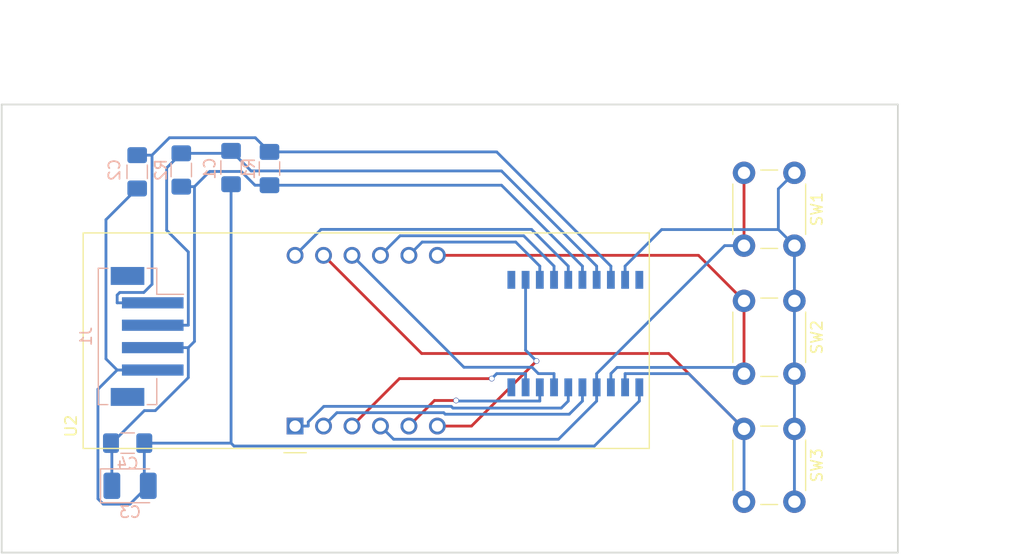
<source format=kicad_pcb>
(kicad_pcb (version 20171130) (host pcbnew 5.0.0+dfsg1-2~bpo9+1)

  (general
    (thickness 1.6)
    (drawings 6)
    (tracks 138)
    (zones 0)
    (modules 16)
    (nets 21)
  )

  (page A4)
  (layers
    (0 F.Cu signal)
    (31 B.Cu signal)
    (32 B.Adhes user)
    (33 F.Adhes user)
    (34 B.Paste user)
    (35 F.Paste user)
    (36 B.SilkS user)
    (37 F.SilkS user)
    (38 B.Mask user)
    (39 F.Mask user)
    (40 Dwgs.User user)
    (41 Cmts.User user)
    (42 Eco1.User user)
    (43 Eco2.User user)
    (44 Edge.Cuts user)
    (45 Margin user)
    (46 B.CrtYd user)
    (47 F.CrtYd user)
    (48 B.Fab user)
    (49 F.Fab user)
  )

  (setup
    (last_trace_width 0.3)
    (trace_clearance 0.3)
    (zone_clearance 0.508)
    (zone_45_only no)
    (trace_min 0.2)
    (segment_width 0.2)
    (edge_width 0.15)
    (via_size 0.5)
    (via_drill 0.4)
    (via_min_size 0.4)
    (via_min_drill 0.3)
    (uvia_size 0.3)
    (uvia_drill 0.1)
    (uvias_allowed no)
    (uvia_min_size 0.2)
    (uvia_min_drill 0.1)
    (pcb_text_width 0.3)
    (pcb_text_size 1.5 1.5)
    (mod_edge_width 0.15)
    (mod_text_size 1 1)
    (mod_text_width 0.15)
    (pad_size 4.4 4.4)
    (pad_drill 2.2)
    (pad_to_mask_clearance 0.2)
    (aux_axis_origin 0 0)
    (visible_elements FFFFFF7F)
    (pcbplotparams
      (layerselection 0x010f0_ffffffff)
      (usegerberextensions false)
      (usegerberattributes false)
      (usegerberadvancedattributes false)
      (creategerberjobfile false)
      (excludeedgelayer true)
      (linewidth 0.100000)
      (plotframeref false)
      (viasonmask false)
      (mode 1)
      (useauxorigin false)
      (hpglpennumber 1)
      (hpglpenspeed 20)
      (hpglpendiameter 15.000000)
      (psnegative false)
      (psa4output false)
      (plotreference true)
      (plotvalue true)
      (plotinvisibletext false)
      (padsonsilk false)
      (subtractmaskfromsilk false)
      (outputformat 1)
      (mirror false)
      (drillshape 0)
      (scaleselection 1)
      (outputdirectory "plots/"))
  )

  (net 0 "")
  (net 1 VCC)
  (net 2 GNDREF)
  (net 3 "Net-(SW1-Pad1)")
  (net 4 "Net-(C1-Pad2)")
  (net 5 "Net-(C2-Pad2)")
  (net 6 "Net-(SW1-Pad2)")
  (net 7 "Net-(SW2-Pad2)")
  (net 8 "Net-(SW3-Pad2)")
  (net 9 "Net-(U1-Pad5)")
  (net 10 "Net-(U1-Pad6)")
  (net 11 "Net-(U1-Pad7)")
  (net 12 "Net-(U1-Pad8)")
  (net 13 "Net-(U1-Pad9)")
  (net 14 "Net-(U1-Pad10)")
  (net 15 "Net-(U1-Pad11)")
  (net 16 "Net-(U1-Pad12)")
  (net 17 "Net-(U1-Pad13)")
  (net 18 "Net-(U1-Pad14)")
  (net 19 "Net-(U1-Pad15)")
  (net 20 "Net-(U1-Pad20)")

  (net_class Default "This is the default net class."
    (clearance 0.3)
    (trace_width 0.3)
    (via_dia 0.5)
    (via_drill 0.4)
    (uvia_dia 0.3)
    (uvia_drill 0.1)
    (add_net GNDREF)
    (add_net "Net-(C1-Pad2)")
    (add_net "Net-(C2-Pad2)")
    (add_net "Net-(SW1-Pad1)")
    (add_net "Net-(SW1-Pad2)")
    (add_net "Net-(SW2-Pad2)")
    (add_net "Net-(SW3-Pad2)")
    (add_net "Net-(U1-Pad10)")
    (add_net "Net-(U1-Pad11)")
    (add_net "Net-(U1-Pad12)")
    (add_net "Net-(U1-Pad13)")
    (add_net "Net-(U1-Pad14)")
    (add_net "Net-(U1-Pad15)")
    (add_net "Net-(U1-Pad20)")
    (add_net "Net-(U1-Pad5)")
    (add_net "Net-(U1-Pad6)")
    (add_net "Net-(U1-Pad7)")
    (add_net "Net-(U1-Pad8)")
    (add_net "Net-(U1-Pad9)")
    (add_net VCC)
  )

  (module Capacitor_SMD:C_1206_3216Metric_Pad1.42x1.75mm_HandSolder (layer B.Cu) (tedit 5B301BBE) (tstamp 5BB85D09)
    (at 100.494 62.23)
    (descr "Capacitor SMD 1206 (3216 Metric), square (rectangular) end terminal, IPC_7351 nominal with elongated pad for handsoldering. (Body size source: http://www.tortai-tech.com/upload/download/2011102023233369053.pdf), generated with kicad-footprint-generator")
    (tags "capacitor handsolder")
    (path /5B773846)
    (attr smd)
    (fp_text reference C4 (at 0 1.82) (layer B.SilkS)
      (effects (font (size 1 1) (thickness 0.15)) (justify mirror))
    )
    (fp_text value 104 (at 0 -1.82) (layer B.Fab)
      (effects (font (size 1 1) (thickness 0.15)) (justify mirror))
    )
    (fp_text user %R (at 0 0) (layer B.Fab)
      (effects (font (size 0.8 0.8) (thickness 0.12)) (justify mirror))
    )
    (fp_line (start 2.45 -1.12) (end -2.45 -1.12) (layer B.CrtYd) (width 0.05))
    (fp_line (start 2.45 1.12) (end 2.45 -1.12) (layer B.CrtYd) (width 0.05))
    (fp_line (start -2.45 1.12) (end 2.45 1.12) (layer B.CrtYd) (width 0.05))
    (fp_line (start -2.45 -1.12) (end -2.45 1.12) (layer B.CrtYd) (width 0.05))
    (fp_line (start -0.602064 -0.91) (end 0.602064 -0.91) (layer B.SilkS) (width 0.12))
    (fp_line (start -0.602064 0.91) (end 0.602064 0.91) (layer B.SilkS) (width 0.12))
    (fp_line (start 1.6 -0.8) (end -1.6 -0.8) (layer B.Fab) (width 0.1))
    (fp_line (start 1.6 0.8) (end 1.6 -0.8) (layer B.Fab) (width 0.1))
    (fp_line (start -1.6 0.8) (end 1.6 0.8) (layer B.Fab) (width 0.1))
    (fp_line (start -1.6 -0.8) (end -1.6 0.8) (layer B.Fab) (width 0.1))
    (pad 2 smd roundrect (at 1.4875 0) (size 1.425 1.75) (layers B.Cu B.Paste B.Mask) (roundrect_rratio 0.175439)
      (net 2 GNDREF))
    (pad 1 smd roundrect (at -1.4875 0) (size 1.425 1.75) (layers B.Cu B.Paste B.Mask) (roundrect_rratio 0.175439)
      (net 1 VCC))
    (model ${KISYS3DMOD}/Capacitor_SMD.3dshapes/C_1206_3216Metric.wrl
      (at (xyz 0 0 0))
      (scale (xyz 1 1 1))
      (rotate (xyz 0 0 0))
    )
  )

  (module Capacitor_SMD:C_1206_3216Metric_Pad1.42x1.75mm_HandSolder (layer B.Cu) (tedit 5BA2A1D5) (tstamp 5BB85CD4)
    (at 109.728 37.6285 90)
    (descr "Capacitor SMD 1206 (3216 Metric), square (rectangular) end terminal, IPC_7351 nominal with elongated pad for handsoldering. (Body size source: http://www.tortai-tech.com/upload/download/2011102023233369053.pdf), generated with kicad-footprint-generator")
    (tags "capacitor handsolder")
    (path /5B773778)
    (attr smd)
    (fp_text reference C1 (at -0.0905 -1.905 90) (layer B.SilkS)
      (effects (font (size 1 1) (thickness 0.15)) (justify mirror))
    )
    (fp_text value 100P (at 0 -1.82 90) (layer B.Fab)
      (effects (font (size 1 1) (thickness 0.15)) (justify mirror))
    )
    (fp_text user %R (at 0 0 90) (layer B.Fab)
      (effects (font (size 0.8 0.8) (thickness 0.12)) (justify mirror))
    )
    (fp_line (start 2.45 -1.12) (end -2.45 -1.12) (layer B.CrtYd) (width 0.05))
    (fp_line (start 2.45 1.12) (end 2.45 -1.12) (layer B.CrtYd) (width 0.05))
    (fp_line (start -2.45 1.12) (end 2.45 1.12) (layer B.CrtYd) (width 0.05))
    (fp_line (start -2.45 -1.12) (end -2.45 1.12) (layer B.CrtYd) (width 0.05))
    (fp_line (start -0.602064 -0.91) (end 0.602064 -0.91) (layer B.SilkS) (width 0.12))
    (fp_line (start -0.602064 0.91) (end 0.602064 0.91) (layer B.SilkS) (width 0.12))
    (fp_line (start 1.6 -0.8) (end -1.6 -0.8) (layer B.Fab) (width 0.1))
    (fp_line (start 1.6 0.8) (end 1.6 -0.8) (layer B.Fab) (width 0.1))
    (fp_line (start -1.6 0.8) (end 1.6 0.8) (layer B.Fab) (width 0.1))
    (fp_line (start -1.6 -0.8) (end -1.6 0.8) (layer B.Fab) (width 0.1))
    (pad 2 smd roundrect (at 1.4875 0 90) (size 1.425 1.75) (layers B.Cu B.Paste B.Mask) (roundrect_rratio 0.175439)
      (net 4 "Net-(C1-Pad2)"))
    (pad 1 smd roundrect (at -1.4875 0 90) (size 1.425 1.75) (layers B.Cu B.Paste B.Mask) (roundrect_rratio 0.175439)
      (net 2 GNDREF))
    (model ${KISYS3DMOD}/Capacitor_SMD.3dshapes/C_1206_3216Metric.wrl
      (at (xyz 0 0 0))
      (scale (xyz 1 1 1))
      (rotate (xyz 0 0 0))
    )
  )

  (module Capacitor_SMD:C_1206_3216Metric_Pad1.42x1.75mm_HandSolder (layer B.Cu) (tedit 5B301BBE) (tstamp 5BB85CE5)
    (at 101.346 38.0095 90)
    (descr "Capacitor SMD 1206 (3216 Metric), square (rectangular) end terminal, IPC_7351 nominal with elongated pad for handsoldering. (Body size source: http://www.tortai-tech.com/upload/download/2011102023233369053.pdf), generated with kicad-footprint-generator")
    (tags "capacitor handsolder")
    (path /5B77380F)
    (attr smd)
    (fp_text reference C2 (at 0.1635 -2.032 90) (layer B.SilkS)
      (effects (font (size 1 1) (thickness 0.15)) (justify mirror))
    )
    (fp_text value 100P (at 0 -1.82 90) (layer B.Fab)
      (effects (font (size 1 1) (thickness 0.15)) (justify mirror))
    )
    (fp_text user %R (at 0 0 90) (layer B.Fab)
      (effects (font (size 0.8 0.8) (thickness 0.12)) (justify mirror))
    )
    (fp_line (start 2.45 -1.12) (end -2.45 -1.12) (layer B.CrtYd) (width 0.05))
    (fp_line (start 2.45 1.12) (end 2.45 -1.12) (layer B.CrtYd) (width 0.05))
    (fp_line (start -2.45 1.12) (end 2.45 1.12) (layer B.CrtYd) (width 0.05))
    (fp_line (start -2.45 -1.12) (end -2.45 1.12) (layer B.CrtYd) (width 0.05))
    (fp_line (start -0.602064 -0.91) (end 0.602064 -0.91) (layer B.SilkS) (width 0.12))
    (fp_line (start -0.602064 0.91) (end 0.602064 0.91) (layer B.SilkS) (width 0.12))
    (fp_line (start 1.6 -0.8) (end -1.6 -0.8) (layer B.Fab) (width 0.1))
    (fp_line (start 1.6 0.8) (end 1.6 -0.8) (layer B.Fab) (width 0.1))
    (fp_line (start -1.6 0.8) (end 1.6 0.8) (layer B.Fab) (width 0.1))
    (fp_line (start -1.6 -0.8) (end -1.6 0.8) (layer B.Fab) (width 0.1))
    (pad 2 smd roundrect (at 1.4875 0 90) (size 1.425 1.75) (layers B.Cu B.Paste B.Mask) (roundrect_rratio 0.175439)
      (net 5 "Net-(C2-Pad2)"))
    (pad 1 smd roundrect (at -1.4875 0 90) (size 1.425 1.75) (layers B.Cu B.Paste B.Mask) (roundrect_rratio 0.175439)
      (net 2 GNDREF))
    (model ${KISYS3DMOD}/Capacitor_SMD.3dshapes/C_1206_3216Metric.wrl
      (at (xyz 0 0 0))
      (scale (xyz 1 1 1))
      (rotate (xyz 0 0 0))
    )
  )

  (module Capacitor_Tantalum_SMD:CP_EIA-3528-12_Kemet-T_Pad1.50x2.35mm_HandSolder (layer B.Cu) (tedit 5B342532) (tstamp 5BB85CF8)
    (at 100.711 66.04)
    (descr "Tantalum Capacitor SMD Kemet-T (3528-12 Metric), IPC_7351 nominal, (Body size from: http://www.kemet.com/Lists/ProductCatalog/Attachments/253/KEM_TC101_STD.pdf), generated with kicad-footprint-generator")
    (tags "capacitor tantalum")
    (path /5B773877)
    (attr smd)
    (fp_text reference C3 (at 0 2.35) (layer B.SilkS)
      (effects (font (size 1 1) (thickness 0.15)) (justify mirror))
    )
    (fp_text value 100uF (at 0 -2.35) (layer B.Fab)
      (effects (font (size 1 1) (thickness 0.15)) (justify mirror))
    )
    (fp_text user %R (at 0 0) (layer B.Fab)
      (effects (font (size 0.88 0.88) (thickness 0.13)) (justify mirror))
    )
    (fp_line (start 2.62 -1.65) (end -2.62 -1.65) (layer B.CrtYd) (width 0.05))
    (fp_line (start 2.62 1.65) (end 2.62 -1.65) (layer B.CrtYd) (width 0.05))
    (fp_line (start -2.62 1.65) (end 2.62 1.65) (layer B.CrtYd) (width 0.05))
    (fp_line (start -2.62 -1.65) (end -2.62 1.65) (layer B.CrtYd) (width 0.05))
    (fp_line (start -2.635 -1.51) (end 1.75 -1.51) (layer B.SilkS) (width 0.12))
    (fp_line (start -2.635 1.51) (end -2.635 -1.51) (layer B.SilkS) (width 0.12))
    (fp_line (start 1.75 1.51) (end -2.635 1.51) (layer B.SilkS) (width 0.12))
    (fp_line (start 1.75 -1.4) (end 1.75 1.4) (layer B.Fab) (width 0.1))
    (fp_line (start -1.75 -1.4) (end 1.75 -1.4) (layer B.Fab) (width 0.1))
    (fp_line (start -1.75 0.7) (end -1.75 -1.4) (layer B.Fab) (width 0.1))
    (fp_line (start -1.05 1.4) (end -1.75 0.7) (layer B.Fab) (width 0.1))
    (fp_line (start 1.75 1.4) (end -1.05 1.4) (layer B.Fab) (width 0.1))
    (pad 2 smd roundrect (at 1.625 0) (size 1.5 2.35) (layers B.Cu B.Paste B.Mask) (roundrect_rratio 0.166667)
      (net 2 GNDREF))
    (pad 1 smd roundrect (at -1.625 0) (size 1.5 2.35) (layers B.Cu B.Paste B.Mask) (roundrect_rratio 0.166667)
      (net 1 VCC))
    (model ${KISYS3DMOD}/Capacitor_Tantalum_SMD.3dshapes/CP_EIA-3528-12_Kemet-T.wrl
      (at (xyz 0 0 0))
      (scale (xyz 1 1 1))
      (rotate (xyz 0 0 0))
    )
  )

  (module Connector_JST:JST_PH_B4B-PH-SM4-TB_1x04-1MP_P2.00mm_Vertical (layer B.Cu) (tedit 5AA47E63) (tstamp 5BB85D36)
    (at 102.235 52.705 270)
    (descr "JST PH series connector, B4B-PH-SM4-TB (http://www.jst-mfg.com/product/pdf/eng/ePH.pdf), generated with kicad-footprint-generator")
    (tags "connector JST PH side entry")
    (path /5B7DADC8)
    (attr smd)
    (fp_text reference J1 (at 0 5.45 270) (layer B.SilkS)
      (effects (font (size 1 1) (thickness 0.15)) (justify mirror))
    )
    (fp_text value Conn_01x04_Male (at 0 -4.45 270) (layer B.Fab)
      (effects (font (size 1 1) (thickness 0.15)) (justify mirror))
    )
    (fp_text user %R (at 0 1 270) (layer B.Fab)
      (effects (font (size 1 1) (thickness 0.15)) (justify mirror))
    )
    (fp_line (start -3 -0.042893) (end -2.5 -0.75) (layer B.Fab) (width 0.1))
    (fp_line (start -3.5 -0.75) (end -3 -0.042893) (layer B.Fab) (width 0.1))
    (fp_line (start 6.7 4.75) (end -6.7 4.75) (layer B.CrtYd) (width 0.05))
    (fp_line (start 6.7 -3.75) (end 6.7 4.75) (layer B.CrtYd) (width 0.05))
    (fp_line (start -6.7 -3.75) (end 6.7 -3.75) (layer B.CrtYd) (width 0.05))
    (fp_line (start -6.7 4.75) (end -6.7 -3.75) (layer B.CrtYd) (width 0.05))
    (fp_line (start 3.25 2.75) (end 2.75 2.75) (layer B.Fab) (width 0.1))
    (fp_line (start 3.25 2.25) (end 3.25 2.75) (layer B.Fab) (width 0.1))
    (fp_line (start 2.75 2.25) (end 3.25 2.25) (layer B.Fab) (width 0.1))
    (fp_line (start 2.75 2.75) (end 2.75 2.25) (layer B.Fab) (width 0.1))
    (fp_line (start 1.25 2.75) (end 0.75 2.75) (layer B.Fab) (width 0.1))
    (fp_line (start 1.25 2.25) (end 1.25 2.75) (layer B.Fab) (width 0.1))
    (fp_line (start 0.75 2.25) (end 1.25 2.25) (layer B.Fab) (width 0.1))
    (fp_line (start 0.75 2.75) (end 0.75 2.25) (layer B.Fab) (width 0.1))
    (fp_line (start -0.75 2.75) (end -1.25 2.75) (layer B.Fab) (width 0.1))
    (fp_line (start -0.75 2.25) (end -0.75 2.75) (layer B.Fab) (width 0.1))
    (fp_line (start -1.25 2.25) (end -0.75 2.25) (layer B.Fab) (width 0.1))
    (fp_line (start -1.25 2.75) (end -1.25 2.25) (layer B.Fab) (width 0.1))
    (fp_line (start -2.75 2.75) (end -3.25 2.75) (layer B.Fab) (width 0.1))
    (fp_line (start -2.75 2.25) (end -2.75 2.75) (layer B.Fab) (width 0.1))
    (fp_line (start -3.25 2.25) (end -2.75 2.25) (layer B.Fab) (width 0.1))
    (fp_line (start -3.25 2.75) (end -3.25 2.25) (layer B.Fab) (width 0.1))
    (fp_line (start 5.975 -0.75) (end 5.975 4.25) (layer B.Fab) (width 0.1))
    (fp_line (start -5.975 -0.75) (end -5.975 4.25) (layer B.Fab) (width 0.1))
    (fp_line (start -5.975 4.25) (end 5.975 4.25) (layer B.Fab) (width 0.1))
    (fp_line (start 6.085 4.36) (end 6.085 3.51) (layer B.SilkS) (width 0.12))
    (fp_line (start -6.085 4.36) (end 6.085 4.36) (layer B.SilkS) (width 0.12))
    (fp_line (start -6.085 3.51) (end -6.085 4.36) (layer B.SilkS) (width 0.12))
    (fp_line (start 6.085 -0.86) (end 3.76 -0.86) (layer B.SilkS) (width 0.12))
    (fp_line (start 6.085 -0.01) (end 6.085 -0.86) (layer B.SilkS) (width 0.12))
    (fp_line (start -3.76 -0.86) (end -3.76 -3.25) (layer B.SilkS) (width 0.12))
    (fp_line (start -6.085 -0.86) (end -3.76 -0.86) (layer B.SilkS) (width 0.12))
    (fp_line (start -6.085 -0.01) (end -6.085 -0.86) (layer B.SilkS) (width 0.12))
    (fp_line (start -5.975 -0.75) (end 5.975 -0.75) (layer B.Fab) (width 0.1))
    (pad MP smd rect (at 5.4 1.75 270) (size 1.6 3) (layers B.Cu B.Paste B.Mask))
    (pad MP smd rect (at -5.4 1.75 270) (size 1.6 3) (layers B.Cu B.Paste B.Mask))
    (pad 4 smd rect (at 3 -0.5 270) (size 1 5.5) (layers B.Cu B.Paste B.Mask)
      (net 2 GNDREF))
    (pad 3 smd rect (at 1 -0.5 270) (size 1 5.5) (layers B.Cu B.Paste B.Mask)
      (net 1 VCC))
    (pad 2 smd rect (at -1 -0.5 270) (size 1 5.5) (layers B.Cu B.Paste B.Mask)
      (net 4 "Net-(C1-Pad2)"))
    (pad 1 smd rect (at -3 -0.5 270) (size 1 5.5) (layers B.Cu B.Paste B.Mask)
      (net 5 "Net-(C2-Pad2)"))
    (model ${KISYS3DMOD}/Connector_JST.3dshapes/JST_PH_B4B-PH-SM4-TB_1x04-1MP_P2.00mm_Vertical.wrl
      (at (xyz 0 0 0))
      (scale (xyz 1 1 1))
      (rotate (xyz 0 0 0))
    )
  )

  (module Resistor_SMD:R_1206_3216Metric_Pad1.42x1.75mm_HandSolder (layer B.Cu) (tedit 5B301BBD) (tstamp 5BB85D47)
    (at 113.157 37.719 270)
    (descr "Resistor SMD 1206 (3216 Metric), square (rectangular) end terminal, IPC_7351 nominal with elongated pad for handsoldering. (Body size source: http://www.tortai-tech.com/upload/download/2011102023233369053.pdf), generated with kicad-footprint-generator")
    (tags "resistor handsolder")
    (path /5B77349C)
    (attr smd)
    (fp_text reference R1 (at 0 1.82 270) (layer B.SilkS)
      (effects (font (size 1 1) (thickness 0.15)) (justify mirror))
    )
    (fp_text value 10K (at 0 -1.82 270) (layer B.Fab)
      (effects (font (size 1 1) (thickness 0.15)) (justify mirror))
    )
    (fp_text user %R (at 0 0 270) (layer B.Fab)
      (effects (font (size 0.8 0.8) (thickness 0.12)) (justify mirror))
    )
    (fp_line (start 2.45 -1.12) (end -2.45 -1.12) (layer B.CrtYd) (width 0.05))
    (fp_line (start 2.45 1.12) (end 2.45 -1.12) (layer B.CrtYd) (width 0.05))
    (fp_line (start -2.45 1.12) (end 2.45 1.12) (layer B.CrtYd) (width 0.05))
    (fp_line (start -2.45 -1.12) (end -2.45 1.12) (layer B.CrtYd) (width 0.05))
    (fp_line (start -0.602064 -0.91) (end 0.602064 -0.91) (layer B.SilkS) (width 0.12))
    (fp_line (start -0.602064 0.91) (end 0.602064 0.91) (layer B.SilkS) (width 0.12))
    (fp_line (start 1.6 -0.8) (end -1.6 -0.8) (layer B.Fab) (width 0.1))
    (fp_line (start 1.6 0.8) (end 1.6 -0.8) (layer B.Fab) (width 0.1))
    (fp_line (start -1.6 0.8) (end 1.6 0.8) (layer B.Fab) (width 0.1))
    (fp_line (start -1.6 -0.8) (end -1.6 0.8) (layer B.Fab) (width 0.1))
    (pad 2 smd roundrect (at 1.4875 0 270) (size 1.425 1.75) (layers B.Cu B.Paste B.Mask) (roundrect_rratio 0.175439)
      (net 1 VCC))
    (pad 1 smd roundrect (at -1.4875 0 270) (size 1.425 1.75) (layers B.Cu B.Paste B.Mask) (roundrect_rratio 0.175439)
      (net 5 "Net-(C2-Pad2)"))
    (model ${KISYS3DMOD}/Resistor_SMD.3dshapes/R_1206_3216Metric.wrl
      (at (xyz 0 0 0))
      (scale (xyz 1 1 1))
      (rotate (xyz 0 0 0))
    )
  )

  (module Resistor_SMD:R_1206_3216Metric_Pad1.42x1.75mm_HandSolder (layer B.Cu) (tedit 5B301BBD) (tstamp 5BB85D58)
    (at 105.283 37.846 270)
    (descr "Resistor SMD 1206 (3216 Metric), square (rectangular) end terminal, IPC_7351 nominal with elongated pad for handsoldering. (Body size source: http://www.tortai-tech.com/upload/download/2011102023233369053.pdf), generated with kicad-footprint-generator")
    (tags "resistor handsolder")
    (path /5B777BAA)
    (attr smd)
    (fp_text reference R2 (at 0 1.82 270) (layer B.SilkS)
      (effects (font (size 1 1) (thickness 0.15)) (justify mirror))
    )
    (fp_text value 10K (at 0 -1.82 270) (layer B.Fab)
      (effects (font (size 1 1) (thickness 0.15)) (justify mirror))
    )
    (fp_text user %R (at 0 0 270) (layer B.Fab)
      (effects (font (size 0.8 0.8) (thickness 0.12)) (justify mirror))
    )
    (fp_line (start 2.45 -1.12) (end -2.45 -1.12) (layer B.CrtYd) (width 0.05))
    (fp_line (start 2.45 1.12) (end 2.45 -1.12) (layer B.CrtYd) (width 0.05))
    (fp_line (start -2.45 1.12) (end 2.45 1.12) (layer B.CrtYd) (width 0.05))
    (fp_line (start -2.45 -1.12) (end -2.45 1.12) (layer B.CrtYd) (width 0.05))
    (fp_line (start -0.602064 -0.91) (end 0.602064 -0.91) (layer B.SilkS) (width 0.12))
    (fp_line (start -0.602064 0.91) (end 0.602064 0.91) (layer B.SilkS) (width 0.12))
    (fp_line (start 1.6 -0.8) (end -1.6 -0.8) (layer B.Fab) (width 0.1))
    (fp_line (start 1.6 0.8) (end 1.6 -0.8) (layer B.Fab) (width 0.1))
    (fp_line (start -1.6 0.8) (end 1.6 0.8) (layer B.Fab) (width 0.1))
    (fp_line (start -1.6 -0.8) (end -1.6 0.8) (layer B.Fab) (width 0.1))
    (pad 2 smd roundrect (at 1.4875 0 270) (size 1.425 1.75) (layers B.Cu B.Paste B.Mask) (roundrect_rratio 0.175439)
      (net 1 VCC))
    (pad 1 smd roundrect (at -1.4875 0 270) (size 1.425 1.75) (layers B.Cu B.Paste B.Mask) (roundrect_rratio 0.175439)
      (net 4 "Net-(C1-Pad2)"))
    (model ${KISYS3DMOD}/Resistor_SMD.3dshapes/R_1206_3216Metric.wrl
      (at (xyz 0 0 0))
      (scale (xyz 1 1 1))
      (rotate (xyz 0 0 0))
    )
  )

  (module Button_Switch_THT:SW_PUSH_6mm_H9.5mm (layer F.Cu) (tedit 5A02FE31) (tstamp 5BB85D77)
    (at 160.02 38.1 270)
    (descr "tactile push button, 6x6mm e.g. PHAP33xx series, height=9.5mm")
    (tags "tact sw push 6mm")
    (path /5B096A2C)
    (fp_text reference SW1 (at 3.25 -2 270) (layer F.SilkS)
      (effects (font (size 1 1) (thickness 0.15)))
    )
    (fp_text value SW_Set (at 3.75 6.7 270) (layer F.Fab)
      (effects (font (size 1 1) (thickness 0.15)))
    )
    (fp_circle (center 3.25 2.25) (end 1.25 2.5) (layer F.Fab) (width 0.1))
    (fp_line (start 6.75 3) (end 6.75 1.5) (layer F.SilkS) (width 0.12))
    (fp_line (start 5.5 -1) (end 1 -1) (layer F.SilkS) (width 0.12))
    (fp_line (start -0.25 1.5) (end -0.25 3) (layer F.SilkS) (width 0.12))
    (fp_line (start 1 5.5) (end 5.5 5.5) (layer F.SilkS) (width 0.12))
    (fp_line (start 8 -1.25) (end 8 5.75) (layer F.CrtYd) (width 0.05))
    (fp_line (start 7.75 6) (end -1.25 6) (layer F.CrtYd) (width 0.05))
    (fp_line (start -1.5 5.75) (end -1.5 -1.25) (layer F.CrtYd) (width 0.05))
    (fp_line (start -1.25 -1.5) (end 7.75 -1.5) (layer F.CrtYd) (width 0.05))
    (fp_line (start -1.5 6) (end -1.25 6) (layer F.CrtYd) (width 0.05))
    (fp_line (start -1.5 5.75) (end -1.5 6) (layer F.CrtYd) (width 0.05))
    (fp_line (start -1.5 -1.5) (end -1.25 -1.5) (layer F.CrtYd) (width 0.05))
    (fp_line (start -1.5 -1.25) (end -1.5 -1.5) (layer F.CrtYd) (width 0.05))
    (fp_line (start 8 -1.5) (end 8 -1.25) (layer F.CrtYd) (width 0.05))
    (fp_line (start 7.75 -1.5) (end 8 -1.5) (layer F.CrtYd) (width 0.05))
    (fp_line (start 8 6) (end 8 5.75) (layer F.CrtYd) (width 0.05))
    (fp_line (start 7.75 6) (end 8 6) (layer F.CrtYd) (width 0.05))
    (fp_line (start 0.25 -0.75) (end 3.25 -0.75) (layer F.Fab) (width 0.1))
    (fp_line (start 0.25 5.25) (end 0.25 -0.75) (layer F.Fab) (width 0.1))
    (fp_line (start 6.25 5.25) (end 0.25 5.25) (layer F.Fab) (width 0.1))
    (fp_line (start 6.25 -0.75) (end 6.25 5.25) (layer F.Fab) (width 0.1))
    (fp_line (start 3.25 -0.75) (end 6.25 -0.75) (layer F.Fab) (width 0.1))
    (fp_text user %R (at 3.25 2.25 270) (layer F.Fab)
      (effects (font (size 1 1) (thickness 0.15)))
    )
    (pad 1 thru_hole circle (at 6.5 0) (size 2 2) (drill 1.1) (layers *.Cu *.Mask)
      (net 3 "Net-(SW1-Pad1)"))
    (pad 2 thru_hole circle (at 6.5 4.5) (size 2 2) (drill 1.1) (layers *.Cu *.Mask)
      (net 6 "Net-(SW1-Pad2)"))
    (pad 1 thru_hole circle (at 0 0) (size 2 2) (drill 1.1) (layers *.Cu *.Mask)
      (net 3 "Net-(SW1-Pad1)"))
    (pad 2 thru_hole circle (at 0 4.5) (size 2 2) (drill 1.1) (layers *.Cu *.Mask)
      (net 6 "Net-(SW1-Pad2)"))
    (model ${KISYS3DMOD}/Button_Switch_THT.3dshapes/SW_PUSH_6mm_H9.5mm.wrl
      (at (xyz 0 0 0))
      (scale (xyz 1 1 1))
      (rotate (xyz 0 0 0))
    )
  )

  (module Button_Switch_THT:SW_PUSH_6mm_H9.5mm (layer F.Cu) (tedit 5A02FE31) (tstamp 5BB85D96)
    (at 160.02 49.53 270)
    (descr "tactile push button, 6x6mm e.g. PHAP33xx series, height=9.5mm")
    (tags "tact sw push 6mm")
    (path /5B096A9D)
    (fp_text reference SW2 (at 3.25 -2 270) (layer F.SilkS)
      (effects (font (size 1 1) (thickness 0.15)))
    )
    (fp_text value SW_Plus (at 3.75 6.7 270) (layer F.Fab)
      (effects (font (size 1 1) (thickness 0.15)))
    )
    (fp_circle (center 3.25 2.25) (end 1.25 2.5) (layer F.Fab) (width 0.1))
    (fp_line (start 6.75 3) (end 6.75 1.5) (layer F.SilkS) (width 0.12))
    (fp_line (start 5.5 -1) (end 1 -1) (layer F.SilkS) (width 0.12))
    (fp_line (start -0.25 1.5) (end -0.25 3) (layer F.SilkS) (width 0.12))
    (fp_line (start 1 5.5) (end 5.5 5.5) (layer F.SilkS) (width 0.12))
    (fp_line (start 8 -1.25) (end 8 5.75) (layer F.CrtYd) (width 0.05))
    (fp_line (start 7.75 6) (end -1.25 6) (layer F.CrtYd) (width 0.05))
    (fp_line (start -1.5 5.75) (end -1.5 -1.25) (layer F.CrtYd) (width 0.05))
    (fp_line (start -1.25 -1.5) (end 7.75 -1.5) (layer F.CrtYd) (width 0.05))
    (fp_line (start -1.5 6) (end -1.25 6) (layer F.CrtYd) (width 0.05))
    (fp_line (start -1.5 5.75) (end -1.5 6) (layer F.CrtYd) (width 0.05))
    (fp_line (start -1.5 -1.5) (end -1.25 -1.5) (layer F.CrtYd) (width 0.05))
    (fp_line (start -1.5 -1.25) (end -1.5 -1.5) (layer F.CrtYd) (width 0.05))
    (fp_line (start 8 -1.5) (end 8 -1.25) (layer F.CrtYd) (width 0.05))
    (fp_line (start 7.75 -1.5) (end 8 -1.5) (layer F.CrtYd) (width 0.05))
    (fp_line (start 8 6) (end 8 5.75) (layer F.CrtYd) (width 0.05))
    (fp_line (start 7.75 6) (end 8 6) (layer F.CrtYd) (width 0.05))
    (fp_line (start 0.25 -0.75) (end 3.25 -0.75) (layer F.Fab) (width 0.1))
    (fp_line (start 0.25 5.25) (end 0.25 -0.75) (layer F.Fab) (width 0.1))
    (fp_line (start 6.25 5.25) (end 0.25 5.25) (layer F.Fab) (width 0.1))
    (fp_line (start 6.25 -0.75) (end 6.25 5.25) (layer F.Fab) (width 0.1))
    (fp_line (start 3.25 -0.75) (end 6.25 -0.75) (layer F.Fab) (width 0.1))
    (fp_text user %R (at 3.25 2.25 270) (layer F.Fab)
      (effects (font (size 1 1) (thickness 0.15)))
    )
    (pad 1 thru_hole circle (at 6.5 0) (size 2 2) (drill 1.1) (layers *.Cu *.Mask)
      (net 3 "Net-(SW1-Pad1)"))
    (pad 2 thru_hole circle (at 6.5 4.5) (size 2 2) (drill 1.1) (layers *.Cu *.Mask)
      (net 7 "Net-(SW2-Pad2)"))
    (pad 1 thru_hole circle (at 0 0) (size 2 2) (drill 1.1) (layers *.Cu *.Mask)
      (net 3 "Net-(SW1-Pad1)"))
    (pad 2 thru_hole circle (at 0 4.5) (size 2 2) (drill 1.1) (layers *.Cu *.Mask)
      (net 7 "Net-(SW2-Pad2)"))
    (model ${KISYS3DMOD}/Button_Switch_THT.3dshapes/SW_PUSH_6mm_H9.5mm.wrl
      (at (xyz 0 0 0))
      (scale (xyz 1 1 1))
      (rotate (xyz 0 0 0))
    )
  )

  (module Button_Switch_THT:SW_PUSH_6mm_H9.5mm (layer F.Cu) (tedit 5A02FE31) (tstamp 5BB85DB5)
    (at 160.02 60.96 270)
    (descr "tactile push button, 6x6mm e.g. PHAP33xx series, height=9.5mm")
    (tags "tact sw push 6mm")
    (path /5B096B3E)
    (fp_text reference SW3 (at 3.25 -2 270) (layer F.SilkS)
      (effects (font (size 1 1) (thickness 0.15)))
    )
    (fp_text value SW_Minus (at 3.75 6.7 270) (layer F.Fab)
      (effects (font (size 1 1) (thickness 0.15)))
    )
    (fp_circle (center 3.25 2.25) (end 1.25 2.5) (layer F.Fab) (width 0.1))
    (fp_line (start 6.75 3) (end 6.75 1.5) (layer F.SilkS) (width 0.12))
    (fp_line (start 5.5 -1) (end 1 -1) (layer F.SilkS) (width 0.12))
    (fp_line (start -0.25 1.5) (end -0.25 3) (layer F.SilkS) (width 0.12))
    (fp_line (start 1 5.5) (end 5.5 5.5) (layer F.SilkS) (width 0.12))
    (fp_line (start 8 -1.25) (end 8 5.75) (layer F.CrtYd) (width 0.05))
    (fp_line (start 7.75 6) (end -1.25 6) (layer F.CrtYd) (width 0.05))
    (fp_line (start -1.5 5.75) (end -1.5 -1.25) (layer F.CrtYd) (width 0.05))
    (fp_line (start -1.25 -1.5) (end 7.75 -1.5) (layer F.CrtYd) (width 0.05))
    (fp_line (start -1.5 6) (end -1.25 6) (layer F.CrtYd) (width 0.05))
    (fp_line (start -1.5 5.75) (end -1.5 6) (layer F.CrtYd) (width 0.05))
    (fp_line (start -1.5 -1.5) (end -1.25 -1.5) (layer F.CrtYd) (width 0.05))
    (fp_line (start -1.5 -1.25) (end -1.5 -1.5) (layer F.CrtYd) (width 0.05))
    (fp_line (start 8 -1.5) (end 8 -1.25) (layer F.CrtYd) (width 0.05))
    (fp_line (start 7.75 -1.5) (end 8 -1.5) (layer F.CrtYd) (width 0.05))
    (fp_line (start 8 6) (end 8 5.75) (layer F.CrtYd) (width 0.05))
    (fp_line (start 7.75 6) (end 8 6) (layer F.CrtYd) (width 0.05))
    (fp_line (start 0.25 -0.75) (end 3.25 -0.75) (layer F.Fab) (width 0.1))
    (fp_line (start 0.25 5.25) (end 0.25 -0.75) (layer F.Fab) (width 0.1))
    (fp_line (start 6.25 5.25) (end 0.25 5.25) (layer F.Fab) (width 0.1))
    (fp_line (start 6.25 -0.75) (end 6.25 5.25) (layer F.Fab) (width 0.1))
    (fp_line (start 3.25 -0.75) (end 6.25 -0.75) (layer F.Fab) (width 0.1))
    (fp_text user %R (at 3.25 2.25 270) (layer F.Fab)
      (effects (font (size 1 1) (thickness 0.15)))
    )
    (pad 1 thru_hole circle (at 6.5 0) (size 2 2) (drill 1.1) (layers *.Cu *.Mask)
      (net 3 "Net-(SW1-Pad1)"))
    (pad 2 thru_hole circle (at 6.5 4.5) (size 2 2) (drill 1.1) (layers *.Cu *.Mask)
      (net 8 "Net-(SW3-Pad2)"))
    (pad 1 thru_hole circle (at 0 0) (size 2 2) (drill 1.1) (layers *.Cu *.Mask)
      (net 3 "Net-(SW1-Pad1)"))
    (pad 2 thru_hole circle (at 0 4.5) (size 2 2) (drill 1.1) (layers *.Cu *.Mask)
      (net 8 "Net-(SW3-Pad2)"))
    (model ${KISYS3DMOD}/Button_Switch_THT.3dshapes/SW_PUSH_6mm_H9.5mm.wrl
      (at (xyz 0 0 0))
      (scale (xyz 1 1 1))
      (rotate (xyz 0 0 0))
    )
  )

  (module tinkerforge:SOP20 (layer B.Cu) (tedit 5A005A8F) (tstamp 5BB85DD3)
    (at 140.462 52.451 180)
    (path /5B772CB8)
    (fp_text reference U1 (at 0 -2 180) (layer B.Fab)
      (effects (font (size 0.3 0.3) (thickness 0.075)) (justify mirror))
    )
    (fp_text value TM1637 (at 0 0 180) (layer B.Fab)
      (effects (font (size 0.3 0.3) (thickness 0.075)) (justify mirror))
    )
    (fp_line (start -6.04774 -3.52298) (end -6.04774 -3.8227) (layer B.Fab) (width 0.09906))
    (fp_line (start -6.34746 -3.52298) (end -6.04774 -3.52298) (layer B.Fab) (width 0.09906))
    (fp_line (start -6.34746 3.8227) (end -6.34746 -3.8227) (layer B.Fab) (width 0.09906))
    (fp_line (start -6.34746 -3.8227) (end 6.34746 -3.8227) (layer B.Fab) (width 0.09906))
    (fp_line (start 6.34746 3.8227) (end 6.34746 -3.8227) (layer B.Fab) (width 0.09906))
    (fp_line (start -6.34746 3.8227) (end 6.34746 3.8227) (layer B.Fab) (width 0.09906))
    (pad 20 smd rect (at -5.71246 4.79806 180) (size 0.6985 1.59766) (layers B.Cu B.Paste B.Mask)
      (net 20 "Net-(U1-Pad20)"))
    (pad 19 smd rect (at -4.44246 4.79806 180) (size 0.6985 1.59766) (layers B.Cu B.Paste B.Mask)
      (net 3 "Net-(SW1-Pad1)"))
    (pad 18 smd rect (at -3.17246 4.79806 180) (size 0.6985 1.59766) (layers B.Cu B.Paste B.Mask)
      (net 5 "Net-(C2-Pad2)"))
    (pad 17 smd rect (at -1.90246 4.79806 180) (size 0.6985 1.59766) (layers B.Cu B.Paste B.Mask)
      (net 4 "Net-(C1-Pad2)"))
    (pad 16 smd rect (at -0.63246 4.79806 180) (size 0.6985 1.59766) (layers B.Cu B.Paste B.Mask)
      (net 1 VCC))
    (pad 15 smd rect (at 0.63246 4.79806 180) (size 0.6985 1.59766) (layers B.Cu B.Paste B.Mask)
      (net 19 "Net-(U1-Pad15)"))
    (pad 14 smd rect (at 1.90246 4.79806 180) (size 0.6985 1.59766) (layers B.Cu B.Paste B.Mask)
      (net 18 "Net-(U1-Pad14)"))
    (pad 13 smd rect (at 3.17246 4.79806 180) (size 0.6985 1.59766) (layers B.Cu B.Paste B.Mask)
      (net 17 "Net-(U1-Pad13)"))
    (pad 12 smd rect (at 4.44246 4.79806 180) (size 0.6985 1.59766) (layers B.Cu B.Paste B.Mask)
      (net 16 "Net-(U1-Pad12)"))
    (pad 11 smd rect (at 5.71246 4.79806 180) (size 0.6985 1.59766) (layers B.Cu B.Paste B.Mask)
      (net 15 "Net-(U1-Pad11)"))
    (pad 10 smd rect (at 5.71246 -4.79806) (size 0.6985 1.59766) (layers B.Cu B.Paste B.Mask)
      (net 14 "Net-(U1-Pad10)"))
    (pad 9 smd rect (at 4.44246 -4.79806) (size 0.6985 1.59766) (layers B.Cu B.Paste B.Mask)
      (net 13 "Net-(U1-Pad9)"))
    (pad 8 smd rect (at 3.17246 -4.79806) (size 0.6985 1.59766) (layers B.Cu B.Paste B.Mask)
      (net 12 "Net-(U1-Pad8)"))
    (pad 7 smd rect (at 1.90246 -4.79806) (size 0.6985 1.59766) (layers B.Cu B.Paste B.Mask)
      (net 11 "Net-(U1-Pad7)"))
    (pad 6 smd rect (at 0.63246 -4.79806) (size 0.6985 1.59766) (layers B.Cu B.Paste B.Mask)
      (net 10 "Net-(U1-Pad6)"))
    (pad 5 smd rect (at -0.63246 -4.79806) (size 0.6985 1.59766) (layers B.Cu B.Paste B.Mask)
      (net 9 "Net-(U1-Pad5)"))
    (pad 4 smd rect (at -1.90246 -4.79806) (size 0.6985 1.59766) (layers B.Cu B.Paste B.Mask)
      (net 6 "Net-(SW1-Pad2)"))
    (pad 3 smd rect (at -3.17246 -4.79806) (size 0.6985 1.59766) (layers B.Cu B.Paste B.Mask)
      (net 7 "Net-(SW2-Pad2)"))
    (pad 2 smd rect (at -4.44246 -4.79806) (size 0.6985 1.59766) (layers B.Cu B.Paste B.Mask)
      (net 8 "Net-(SW3-Pad2)"))
    (pad 1 smd rect (at -5.71246 -4.79806) (size 0.6985 1.59766) (layers B.Cu B.Paste B.Mask)
      (net 2 GNDREF))
    (model Housing_SSOP/SOP-20.wrl
      (at (xyz 0 0 0))
      (scale (xyz 1 1 1))
      (rotate (xyz -90 0 90))
    )
  )

  (module Display_7Segment:CA56-12SRWA (layer F.Cu) (tedit 5A02FE84) (tstamp 5BB85DF4)
    (at 115.443 60.706 90)
    (descr "4 digit 7 segment green LED, http://www.kingbrightusa.com/images/catalog/SPEC/CA56-12SRWA.pdf")
    (tags "4 digit 7 segment green LED")
    (path /5B772D58)
    (fp_text reference U2 (at 0 -20 90) (layer F.SilkS)
      (effects (font (size 1 1) (thickness 0.15)))
    )
    (fp_text value CA56-12SEKWA (at 3.2 32.8 90) (layer F.Fab)
      (effects (font (size 1 1) (thickness 0.15)))
    )
    (fp_text user %R (at 7.62 13.462 90) (layer F.Fab)
      (effects (font (size 1 1) (thickness 0.15)))
    )
    (fp_line (start -1.88 1) (end -1.88 31.5) (layer F.Fab) (width 0.1))
    (fp_line (start -1.88 31.5) (end 17.12 31.5) (layer F.Fab) (width 0.1))
    (fp_line (start 17.12 -18.8) (end 17.12 31.5) (layer F.Fab) (width 0.1))
    (fp_line (start -1.88 -18.8) (end 17.12 -18.8) (layer F.Fab) (width 0.1))
    (fp_line (start -2.38 -1) (end -2.38 1) (layer F.SilkS) (width 0.12))
    (fp_line (start -2.13 31.75) (end -2.13 -19.05) (layer F.CrtYd) (width 0.05))
    (fp_line (start 17.37 31.75) (end -2.13 31.75) (layer F.CrtYd) (width 0.05))
    (fp_line (start 17.37 -19.05) (end 17.37 31.75) (layer F.CrtYd) (width 0.05))
    (fp_line (start -2.13 -19.05) (end 17.37 -19.05) (layer F.CrtYd) (width 0.05))
    (fp_line (start -1.88 -1) (end -1.88 -18.8) (layer F.Fab) (width 0.1))
    (fp_line (start -0.88 0) (end -1.88 -1) (layer F.Fab) (width 0.1))
    (fp_line (start -1.88 1) (end -0.88 0) (layer F.Fab) (width 0.1))
    (fp_line (start 17.24 31.62) (end 17.24 -18.92) (layer F.SilkS) (width 0.12))
    (fp_line (start -2 31.62) (end 17.24 31.62) (layer F.SilkS) (width 0.12))
    (fp_line (start -2 -18.92) (end -2 31.62) (layer F.SilkS) (width 0.12))
    (fp_line (start -2 -18.92) (end 17.24 -18.92) (layer F.SilkS) (width 0.12))
    (pad 12 thru_hole circle (at 15.24 0 90) (size 1.5 1.5) (drill 1) (layers *.Cu *.Mask)
      (net 19 "Net-(U1-Pad15)"))
    (pad 11 thru_hole circle (at 15.24 2.54 90) (size 1.5 1.5) (drill 1) (layers *.Cu *.Mask)
      (net 8 "Net-(SW3-Pad2)"))
    (pad 10 thru_hole circle (at 15.24 5.08 90) (size 1.5 1.5) (drill 1) (layers *.Cu *.Mask)
      (net 11 "Net-(U1-Pad7)"))
    (pad 9 thru_hole circle (at 15.24 7.62 90) (size 1.5 1.5) (drill 1) (layers *.Cu *.Mask)
      (net 18 "Net-(U1-Pad14)"))
    (pad 8 thru_hole circle (at 15.24 10.16 90) (size 1.5 1.5) (drill 1) (layers *.Cu *.Mask)
      (net 17 "Net-(U1-Pad13)"))
    (pad 7 thru_hole circle (at 15.24 12.7 90) (size 1.5 1.5) (drill 1) (layers *.Cu *.Mask)
      (net 7 "Net-(SW2-Pad2)"))
    (pad 6 thru_hole circle (at 0 12.7 90) (size 1.5 1.5) (drill 1) (layers *.Cu *.Mask)
      (net 16 "Net-(U1-Pad12)"))
    (pad 5 thru_hole circle (at 0 10.16 90) (size 1.5 1.5) (drill 1) (layers *.Cu *.Mask)
      (net 12 "Net-(U1-Pad8)"))
    (pad 4 thru_hole circle (at 0 7.62 90) (size 1.5 1.5) (drill 1) (layers *.Cu *.Mask)
      (net 6 "Net-(SW1-Pad2)"))
    (pad 3 thru_hole circle (at 0 5.08 90) (size 1.5 1.5) (drill 1) (layers *.Cu *.Mask)
      (net 13 "Net-(U1-Pad9)"))
    (pad 2 thru_hole circle (at 0 2.54 90) (size 1.5 1.5) (drill 1) (layers *.Cu *.Mask)
      (net 9 "Net-(U1-Pad5)"))
    (pad 1 thru_hole rect (at 0 0 90) (size 1.5 1.5) (drill 1) (layers *.Cu *.Mask)
      (net 10 "Net-(U1-Pad6)"))
    (model ${KISYS3DMOD}/Display_7Segment.3dshapes/CA56-12SRWA.wrl
      (at (xyz 0 0 0))
      (scale (xyz 1 1 1))
      (rotate (xyz 0 0 0))
    )
  )

  (module MountingHole:MountingHole_2.2mm_M2 (layer F.Cu) (tedit 5B9FFC51) (tstamp 5BB68CA8)
    (at 166.37 35.56)
    (descr "Mounting Hole 2.2mm, no annular, M2")
    (tags "mounting hole 2.2mm no annular m2")
    (attr virtual)
    (fp_text reference REF3 (at -5.08 -1.27) (layer F.SilkS) hide
      (effects (font (size 1 1) (thickness 0.15)))
    )
    (fp_text value MountingHole_2.2mm_M2 (at 0 3.2) (layer F.Fab) hide
      (effects (font (size 1 1) (thickness 0.15)))
    )
    (fp_circle (center 0 0) (end 2.45 0) (layer F.CrtYd) (width 0.05))
    (fp_circle (center 0 0) (end 2.2 0) (layer Cmts.User) (width 0.15))
    (fp_text user %R (at 0.3 0) (layer F.Fab)
      (effects (font (size 1 1) (thickness 0.15)))
    )
    (pad 1 np_thru_hole circle (at 0 0) (size 2.2 2.2) (drill 2.2) (layers *.Cu *.Mask))
  )

  (module MountingHole:MountingHole_2.2mm_M2 (layer F.Cu) (tedit 5B9FFC58) (tstamp 5BB68DBB)
    (at 166.37 68.58 90)
    (descr "Mounting Hole 2.2mm, no annular, M2")
    (tags "mounting hole 2.2mm no annular m2")
    (attr virtual)
    (fp_text reference REF (at 0 -3.2 90) (layer F.SilkS) hide
      (effects (font (size 1 1) (thickness 0.15)))
    )
    (fp_text value MountingHole_2.2mm_M2 (at 0 3.2 90) (layer F.Fab) hide
      (effects (font (size 1 1) (thickness 0.15)))
    )
    (fp_circle (center 0 0) (end 2.45 0) (layer F.CrtYd) (width 0.05))
    (fp_circle (center 0 0) (end 2.2 0) (layer Cmts.User) (width 0.15))
    (fp_text user %R (at 0.3 0 90) (layer F.Fab)
      (effects (font (size 1 1) (thickness 0.15)))
    )
    (pad 1 np_thru_hole circle (at 0 0 90) (size 2.2 2.2) (drill 2.2) (layers *.Cu *.Mask))
  )

  (module MountingHole:MountingHole_2.2mm_M2 (layer F.Cu) (tedit 5B9FFC4A) (tstamp 5BB68ED2)
    (at 92.71 68.58)
    (descr "Mounting Hole 2.2mm, no annular, M2")
    (tags "mounting hole 2.2mm no annular m2")
    (attr virtual)
    (fp_text reference REF2 (at 0 -3.2) (layer F.SilkS) hide
      (effects (font (size 1 1) (thickness 0.15)))
    )
    (fp_text value MountingHole_2.2mm_M2 (at 0 3.2) (layer F.Fab) hide
      (effects (font (size 1 1) (thickness 0.15)))
    )
    (fp_circle (center 0 0) (end 2.45 0) (layer F.CrtYd) (width 0.05))
    (fp_circle (center 0 0) (end 2.2 0) (layer Cmts.User) (width 0.15))
    (fp_text user %R (at 0.3 0) (layer F.Fab)
      (effects (font (size 1 1) (thickness 0.15)))
    )
    (pad 1 np_thru_hole circle (at 0 0) (size 2.2 2.2) (drill 2.2) (layers *.Cu *.Mask))
  )

  (module MountingHole:MountingHole_2.2mm_M2 (layer F.Cu) (tedit 5B9FFC3E) (tstamp 5BB68FED)
    (at 92.71 35.56)
    (descr "Mounting Hole 2.2mm, no annular, M2")
    (tags "mounting hole 2.2mm no annular m2")
    (attr virtual)
    (fp_text reference REF1 (at 5.08 -1.27) (layer F.SilkS) hide
      (effects (font (size 1 1) (thickness 0.15)))
    )
    (fp_text value MountingHole_2.2mm_M2 (at 0 3.2) (layer F.Fab) hide
      (effects (font (size 1 1) (thickness 0.15)))
    )
    (fp_circle (center 0 0) (end 2.45 0) (layer F.CrtYd) (width 0.05))
    (fp_circle (center 0 0) (end 2.2 0) (layer Cmts.User) (width 0.15))
    (fp_text user %R (at 0.3 0) (layer F.Fab)
      (effects (font (size 1 1) (thickness 0.15)))
    )
    (pad 1 np_thru_hole circle (at 0 0) (size 2.2 2.2) (drill 2.2) (layers *.Cu *.Mask))
  )

  (gr_line (start 89.25 72) (end 89.25 32) (angle 90) (layer Edge.Cuts) (width 0.15))
  (gr_line (start 169.25 72) (end 89.25 72) (angle 90) (layer Edge.Cuts) (width 0.15))
  (gr_line (start 169.25 32) (end 169.25 72) (angle 90) (layer Edge.Cuts) (width 0.15))
  (gr_line (start 89.25 32) (end 169.25 32) (angle 90) (layer Edge.Cuts) (width 0.15))
  (dimension 40 (width 0.3) (layer Eco1.User)
    (gr_text "40.000 mm" (at 177.85 52 270) (layer Eco1.User)
      (effects (font (size 1.5 1.5) (thickness 0.3)))
    )
    (feature1 (pts (xy 169.25 72) (xy 179.2 72)))
    (feature2 (pts (xy 169.25 32) (xy 179.2 32)))
    (crossbar (pts (xy 176.5 32) (xy 176.5 72)))
    (arrow1a (pts (xy 176.5 72) (xy 175.913579 70.873496)))
    (arrow1b (pts (xy 176.5 72) (xy 177.086421 70.873496)))
    (arrow2a (pts (xy 176.5 32) (xy 175.913579 33.126504)))
    (arrow2b (pts (xy 176.5 32) (xy 177.086421 33.126504)))
  )
  (dimension 80.000391 (width 0.3) (layer Eco1.User)
    (gr_text "80.000 mm" (at 129.273749 24.525068 359.8209513) (layer Eco1.User)
      (effects (font (size 1.5 1.5) (thickness 0.3)))
    )
    (feature1 (pts (xy 169.25 32.25) (xy 169.277968 23.300075)))
    (feature2 (pts (xy 89.25 32) (xy 89.277968 23.050075)))
    (crossbar (pts (xy 89.269531 25.750062) (xy 169.269531 26.000062)))
    (arrow1a (pts (xy 169.269531 26.000062) (xy 168.1412 26.58296)))
    (arrow1b (pts (xy 169.269531 26.000062) (xy 168.144865 25.410124)))
    (arrow2a (pts (xy 89.269531 25.750062) (xy 90.394197 26.34)))
    (arrow2b (pts (xy 89.269531 25.750062) (xy 90.397862 25.167164)))
  )

  (segment (start 105.9103 53.705) (end 105.9103 56.3812) (width 0.25) (layer B.Cu) (net 1))
  (segment (start 105.9103 56.3812) (end 102.9611 59.3304) (width 0.25) (layer B.Cu) (net 1))
  (segment (start 102.9611 59.3304) (end 101.9856 59.3304) (width 0.25) (layer B.Cu) (net 1))
  (segment (start 101.9856 59.3304) (end 99.086 62.23) (width 0.25) (layer B.Cu) (net 1))
  (segment (start 106.4608 39.3335) (end 106.4608 53.1545) (width 0.25) (layer B.Cu) (net 1))
  (segment (start 106.4608 53.1545) (end 105.9103 53.705) (width 0.25) (layer B.Cu) (net 1))
  (segment (start 99.086 62.23) (end 99.0065 62.23) (width 0.25) (layer B.Cu) (net 1))
  (segment (start 99.086 62.23) (end 99.086 66.04) (width 0.25) (layer B.Cu) (net 1))
  (segment (start 141.0945 47.6529) (end 141.0945 46.4288) (width 0.25) (layer B.Cu) (net 1))
  (segment (start 141.0945 46.4288) (end 133.8722 39.2065) (width 0.25) (layer B.Cu) (net 1))
  (segment (start 133.8722 39.2065) (end 113.157 39.2065) (width 0.25) (layer B.Cu) (net 1))
  (segment (start 102.735 53.705) (end 105.9103 53.705) (width 0.25) (layer B.Cu) (net 1))
  (segment (start 113.157 39.2065) (end 111.861 39.2065) (width 0.25) (layer B.Cu) (net 1))
  (segment (start 111.861 39.2065) (end 110.6317 37.9772) (width 0.25) (layer B.Cu) (net 1))
  (segment (start 110.6317 37.9772) (end 107.8171 37.9772) (width 0.25) (layer B.Cu) (net 1))
  (segment (start 107.8171 37.9772) (end 106.4608 39.3335) (width 0.25) (layer B.Cu) (net 1))
  (segment (start 106.4608 39.3335) (end 105.283 39.3335) (width 0.25) (layer B.Cu) (net 1))
  (segment (start 99.5597 55.705) (end 98.5596 54.7049) (width 0.25) (layer B.Cu) (net 2))
  (segment (start 98.5596 54.7049) (end 98.5596 42.2834) (width 0.25) (layer B.Cu) (net 2))
  (segment (start 98.5596 42.2834) (end 101.346 39.497) (width 0.25) (layer B.Cu) (net 2))
  (segment (start 99.5597 55.705) (end 97.8442 57.4205) (width 0.25) (layer B.Cu) (net 2))
  (segment (start 97.8442 57.4205) (end 97.8442 67.1987) (width 0.25) (layer B.Cu) (net 2))
  (segment (start 97.8442 67.1987) (end 98.3237 67.6782) (width 0.25) (layer B.Cu) (net 2))
  (segment (start 98.3237 67.6782) (end 100.6978 67.6782) (width 0.25) (layer B.Cu) (net 2))
  (segment (start 100.6978 67.6782) (end 102.336 66.04) (width 0.25) (layer B.Cu) (net 2))
  (segment (start 102.336 66.04) (end 101.9815 65.6855) (width 0.25) (layer B.Cu) (net 2))
  (segment (start 101.9815 65.6855) (end 101.9815 62.23) (width 0.25) (layer B.Cu) (net 2))
  (segment (start 102.735 55.705) (end 99.5597 55.705) (width 0.25) (layer B.Cu) (net 2))
  (segment (start 109.728 62.23) (end 101.9815 62.23) (width 0.25) (layer B.Cu) (net 2))
  (segment (start 109.728 62.23) (end 109.728 39.116) (width 0.25) (layer B.Cu) (net 2))
  (segment (start 146.1745 58.4732) (end 142.1581 62.4896) (width 0.25) (layer B.Cu) (net 2))
  (segment (start 142.1581 62.4896) (end 109.9876 62.4896) (width 0.25) (layer B.Cu) (net 2))
  (segment (start 109.9876 62.4896) (end 109.728 62.23) (width 0.25) (layer B.Cu) (net 2))
  (segment (start 146.1745 57.2491) (end 146.1745 58.4732) (width 0.25) (layer B.Cu) (net 2))
  (segment (start 158.5847 43.1647) (end 160.02 44.6) (width 0.25) (layer B.Cu) (net 3))
  (segment (start 144.9045 46.4288) (end 148.1686 43.1647) (width 0.25) (layer B.Cu) (net 3))
  (segment (start 148.1686 43.1647) (end 158.5847 43.1647) (width 0.25) (layer B.Cu) (net 3))
  (segment (start 160.02 38.1) (end 158.5847 39.5353) (width 0.25) (layer B.Cu) (net 3))
  (segment (start 158.5847 39.5353) (end 158.5847 43.1647) (width 0.25) (layer B.Cu) (net 3))
  (segment (start 160.02 56.03) (end 160.02 49.53) (width 0.25) (layer B.Cu) (net 3))
  (segment (start 160.02 60.96) (end 160.02 56.03) (width 0.25) (layer B.Cu) (net 3))
  (segment (start 160.02 49.53) (end 160.02 44.6) (width 0.25) (layer B.Cu) (net 3))
  (segment (start 160.02 67.46) (end 160.02 60.96) (width 0.25) (layer B.Cu) (net 3))
  (segment (start 144.9045 47.6529) (end 144.9045 46.4288) (width 0.25) (layer B.Cu) (net 3))
  (segment (start 109.728 36.141) (end 111.5177 37.9307) (width 0.25) (layer B.Cu) (net 4))
  (segment (start 111.5177 37.9307) (end 133.8664 37.9307) (width 0.25) (layer B.Cu) (net 4))
  (segment (start 133.8664 37.9307) (end 142.3645 46.4288) (width 0.25) (layer B.Cu) (net 4))
  (segment (start 105.283 36.3585) (end 103.9778 37.6637) (width 0.25) (layer B.Cu) (net 4))
  (segment (start 103.9778 37.6637) (end 103.9778 43.2263) (width 0.25) (layer B.Cu) (net 4))
  (segment (start 103.9778 43.2263) (end 105.9103 45.1588) (width 0.25) (layer B.Cu) (net 4))
  (segment (start 105.9103 45.1588) (end 105.9103 51.705) (width 0.25) (layer B.Cu) (net 4))
  (segment (start 102.735 51.705) (end 105.9103 51.705) (width 0.25) (layer B.Cu) (net 4))
  (segment (start 109.728 36.141) (end 109.5105 36.3585) (width 0.25) (layer B.Cu) (net 4))
  (segment (start 109.5105 36.3585) (end 105.283 36.3585) (width 0.25) (layer B.Cu) (net 4))
  (segment (start 142.3645 47.6529) (end 142.3645 46.4288) (width 0.25) (layer B.Cu) (net 4))
  (segment (start 143.6345 47.6529) (end 143.6345 46.4288) (width 0.25) (layer B.Cu) (net 5))
  (segment (start 143.6345 46.4288) (end 133.4372 36.2315) (width 0.25) (layer B.Cu) (net 5))
  (segment (start 133.4372 36.2315) (end 113.157 36.2315) (width 0.25) (layer B.Cu) (net 5))
  (segment (start 102.6716 36.522) (end 102.6716 48.0493) (width 0.25) (layer B.Cu) (net 5))
  (segment (start 102.6716 48.0493) (end 101.9412 48.7797) (width 0.25) (layer B.Cu) (net 5))
  (segment (start 101.9412 48.7797) (end 99.791 48.7797) (width 0.25) (layer B.Cu) (net 5))
  (segment (start 99.791 48.7797) (end 99.5597 49.011) (width 0.25) (layer B.Cu) (net 5))
  (segment (start 99.5597 49.011) (end 99.5597 49.705) (width 0.25) (layer B.Cu) (net 5))
  (segment (start 101.346 36.522) (end 102.6716 36.522) (width 0.25) (layer B.Cu) (net 5))
  (segment (start 102.6716 36.522) (end 104.2264 34.9672) (width 0.25) (layer B.Cu) (net 5))
  (segment (start 104.2264 34.9672) (end 111.8927 34.9672) (width 0.25) (layer B.Cu) (net 5))
  (segment (start 111.8927 34.9672) (end 113.157 36.2315) (width 0.25) (layer B.Cu) (net 5))
  (segment (start 102.735 49.705) (end 99.5597 49.705) (width 0.25) (layer B.Cu) (net 5))
  (segment (start 142.3645 57.2491) (end 142.3645 58.4732) (width 0.25) (layer B.Cu) (net 6))
  (segment (start 123.063 60.706) (end 124.2419 61.8849) (width 0.25) (layer B.Cu) (net 6))
  (segment (start 124.2419 61.8849) (end 138.9528 61.8849) (width 0.25) (layer B.Cu) (net 6))
  (segment (start 138.9528 61.8849) (end 142.3645 58.4732) (width 0.25) (layer B.Cu) (net 6))
  (segment (start 142.3645 57.2491) (end 142.3645 56.025) (width 0.25) (layer B.Cu) (net 6))
  (segment (start 142.3645 56.025) (end 153.7895 44.6) (width 0.25) (layer B.Cu) (net 6))
  (segment (start 153.7895 44.6) (end 155.52 44.6) (width 0.25) (layer B.Cu) (net 6))
  (segment (start 155.52 38.1) (end 155.52 44.6) (width 0.25) (layer F.Cu) (net 6))
  (segment (start 128.143 45.466) (end 151.456 45.466) (width 0.25) (layer F.Cu) (net 7))
  (segment (start 151.456 45.466) (end 155.52 49.53) (width 0.25) (layer F.Cu) (net 7))
  (segment (start 143.6345 57.2491) (end 143.6345 56.025) (width 0.25) (layer B.Cu) (net 7))
  (segment (start 155.52 56.03) (end 154.9615 55.4715) (width 0.25) (layer B.Cu) (net 7))
  (segment (start 154.9615 55.4715) (end 144.188 55.4715) (width 0.25) (layer B.Cu) (net 7))
  (segment (start 144.188 55.4715) (end 143.6345 56.025) (width 0.25) (layer B.Cu) (net 7))
  (segment (start 155.52 49.53) (end 155.52 56.03) (width 0.25) (layer F.Cu) (net 7))
  (segment (start 155.52 60.96) (end 148.7882 54.2282) (width 0.25) (layer F.Cu) (net 8))
  (segment (start 148.7882 54.2282) (end 126.7452 54.2282) (width 0.25) (layer F.Cu) (net 8))
  (segment (start 126.7452 54.2282) (end 117.983 45.466) (width 0.25) (layer F.Cu) (net 8))
  (segment (start 144.9045 57.2491) (end 144.9045 56.025) (width 0.25) (layer B.Cu) (net 8))
  (segment (start 144.9045 56.025) (end 150.585 56.025) (width 0.25) (layer B.Cu) (net 8))
  (segment (start 150.585 56.025) (end 155.52 60.96) (width 0.25) (layer B.Cu) (net 8))
  (segment (start 155.52 60.96) (end 155.52 67.46) (width 0.25) (layer B.Cu) (net 8))
  (segment (start 117.983 60.706) (end 119.1762 59.5128) (width 0.25) (layer B.Cu) (net 9))
  (segment (start 119.1762 59.5128) (end 128.7082 59.5128) (width 0.25) (layer B.Cu) (net 9))
  (segment (start 128.7082 59.5128) (end 128.8468 59.6514) (width 0.25) (layer B.Cu) (net 9))
  (segment (start 128.8468 59.6514) (end 139.9163 59.6514) (width 0.25) (layer B.Cu) (net 9))
  (segment (start 139.9163 59.6514) (end 141.0945 58.4732) (width 0.25) (layer B.Cu) (net 9))
  (segment (start 141.0945 57.2491) (end 141.0945 58.4732) (width 0.25) (layer B.Cu) (net 9))
  (segment (start 116.6183 60.706) (end 116.6183 60.3387) (width 0.25) (layer B.Cu) (net 10))
  (segment (start 116.6183 60.3387) (end 118.0099 58.9471) (width 0.25) (layer B.Cu) (net 10))
  (segment (start 118.0099 58.9471) (end 129.3819 58.9471) (width 0.25) (layer B.Cu) (net 10))
  (segment (start 129.3819 58.9471) (end 129.5343 59.0995) (width 0.25) (layer B.Cu) (net 10))
  (segment (start 129.5343 59.0995) (end 139.2032 59.0995) (width 0.25) (layer B.Cu) (net 10))
  (segment (start 139.2032 59.0995) (end 139.8295 58.4732) (width 0.25) (layer B.Cu) (net 10))
  (segment (start 139.8295 57.2491) (end 139.8295 58.4732) (width 0.25) (layer B.Cu) (net 10))
  (segment (start 115.443 60.706) (end 116.6183 60.706) (width 0.25) (layer B.Cu) (net 10))
  (segment (start 138.5595 57.2491) (end 138.5595 56.025) (width 0.25) (layer B.Cu) (net 11))
  (segment (start 120.523 45.466) (end 130.5155 55.4585) (width 0.25) (layer B.Cu) (net 11))
  (segment (start 130.5155 55.4585) (end 136.5935 55.4585) (width 0.25) (layer B.Cu) (net 11))
  (segment (start 136.5935 55.4585) (end 137.16 56.025) (width 0.25) (layer B.Cu) (net 11))
  (segment (start 137.16 56.025) (end 138.5595 56.025) (width 0.25) (layer B.Cu) (net 11))
  (segment (start 137.2895 57.2491) (end 137.2895 58.4732) (width 0.25) (layer B.Cu) (net 12))
  (segment (start 129.814 58.4242) (end 129.863 58.4732) (width 0.25) (layer B.Cu) (net 12))
  (segment (start 129.863 58.4732) (end 137.2895 58.4732) (width 0.25) (layer B.Cu) (net 12))
  (segment (start 125.603 60.706) (end 127.8848 58.4242) (width 0.25) (layer F.Cu) (net 12))
  (segment (start 127.8848 58.4242) (end 129.814 58.4242) (width 0.25) (layer F.Cu) (net 12))
  (via (at 129.814 58.4242) (size 0.5) (layers F.Cu B.Cu) (net 12))
  (segment (start 136.0195 57.2491) (end 136.0195 56.025) (width 0.25) (layer B.Cu) (net 13))
  (segment (start 120.523 60.706) (end 124.7576 56.4714) (width 0.25) (layer F.Cu) (net 13))
  (segment (start 124.7576 56.4714) (end 132.9972 56.4714) (width 0.25) (layer F.Cu) (net 13))
  (segment (start 136.0195 56.025) (end 133.4436 56.025) (width 0.25) (layer B.Cu) (net 13))
  (segment (start 133.4436 56.025) (end 132.9972 56.4714) (width 0.25) (layer B.Cu) (net 13))
  (via (at 132.9972 56.4714) (size 0.5) (layers F.Cu B.Cu) (net 13))
  (segment (start 136.0195 47.6529) (end 136.0195 53.9295) (width 0.25) (layer B.Cu) (net 16))
  (segment (start 136.0195 53.9295) (end 136.9935 54.9035) (width 0.25) (layer B.Cu) (net 16))
  (segment (start 128.143 60.706) (end 131.191 60.706) (width 0.25) (layer F.Cu) (net 16))
  (segment (start 131.191 60.706) (end 136.9935 54.9035) (width 0.25) (layer F.Cu) (net 16))
  (via (at 136.9935 54.9035) (size 0.5) (layers F.Cu B.Cu) (net 16))
  (segment (start 137.2895 47.6529) (end 137.2895 46.4288) (width 0.25) (layer B.Cu) (net 17))
  (segment (start 125.603 45.466) (end 126.7867 44.2823) (width 0.25) (layer B.Cu) (net 17))
  (segment (start 126.7867 44.2823) (end 135.143 44.2823) (width 0.25) (layer B.Cu) (net 17))
  (segment (start 135.143 44.2823) (end 137.2895 46.4288) (width 0.25) (layer B.Cu) (net 17))
  (segment (start 123.063 45.466) (end 124.8114 43.7176) (width 0.25) (layer B.Cu) (net 18))
  (segment (start 124.8114 43.7176) (end 135.8483 43.7176) (width 0.25) (layer B.Cu) (net 18))
  (segment (start 135.8483 43.7176) (end 138.5595 46.4288) (width 0.25) (layer B.Cu) (net 18))
  (segment (start 138.5595 47.6529) (end 138.5595 46.4288) (width 0.25) (layer B.Cu) (net 18))
  (segment (start 115.443 45.466) (end 117.758 43.151) (width 0.25) (layer B.Cu) (net 19))
  (segment (start 117.758 43.151) (end 136.5517 43.151) (width 0.25) (layer B.Cu) (net 19))
  (segment (start 136.5517 43.151) (end 139.8295 46.4288) (width 0.25) (layer B.Cu) (net 19))
  (segment (start 139.8295 47.6529) (end 139.8295 46.4288) (width 0.25) (layer B.Cu) (net 19))

)

</source>
